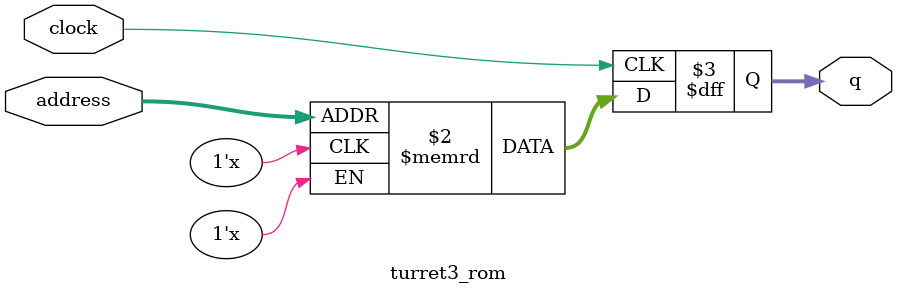
<source format=sv>
module turret3_rom (
	input logic clock,
	input logic [9:0] address,
	output logic [7:0] q
);

logic [7:0] memory [0:1023] /* synthesis ram_init_file = "./turret3/turret3.mif" */;

always_ff @ (posedge clock) begin
	q <= memory[address];
end

endmodule

</source>
